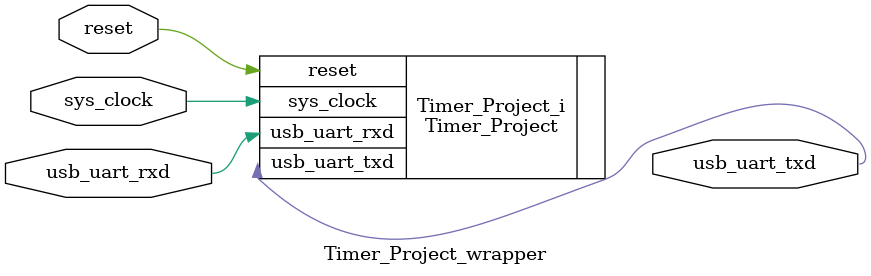
<source format=v>
`timescale 1 ps / 1 ps

module Timer_Project_wrapper
   (reset,
    sys_clock,
    usb_uart_rxd,
    usb_uart_txd);
  input reset;
  input sys_clock;
  input usb_uart_rxd;
  output usb_uart_txd;

  wire reset;
  wire sys_clock;
  wire usb_uart_rxd;
  wire usb_uart_txd;

  Timer_Project Timer_Project_i
       (.reset(reset),
        .sys_clock(sys_clock),
        .usb_uart_rxd(usb_uart_rxd),
        .usb_uart_txd(usb_uart_txd));
endmodule

</source>
